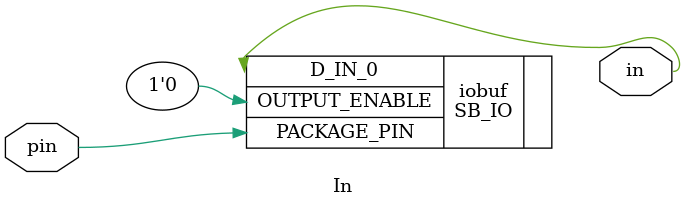
<source format=v>
module In (
    inout  pin,
    output in
);

  SB_IO #(
      .PIN_TYPE(6'b1010_01),
      .PULLUP  (1'b0)
  ) iobuf (
      .PACKAGE_PIN(pin),
      .OUTPUT_ENABLE(1'b0),
      .D_IN_0(in)
  );

endmodule

</source>
